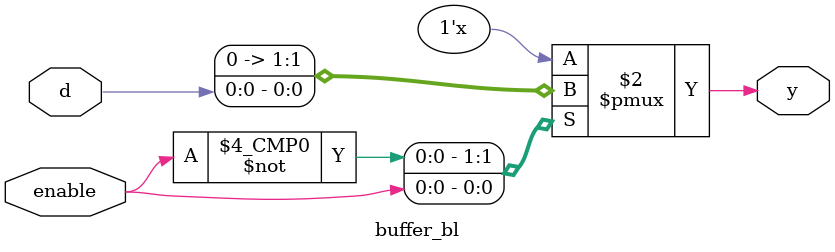
<source format=v>
module buffer_bl(y,d,enable);
  input d,enable;
  output reg y;
  always @(*)
   
    case(enable)
      0:y=0;
      1:y=d;
    endcase
   endmodule

</source>
